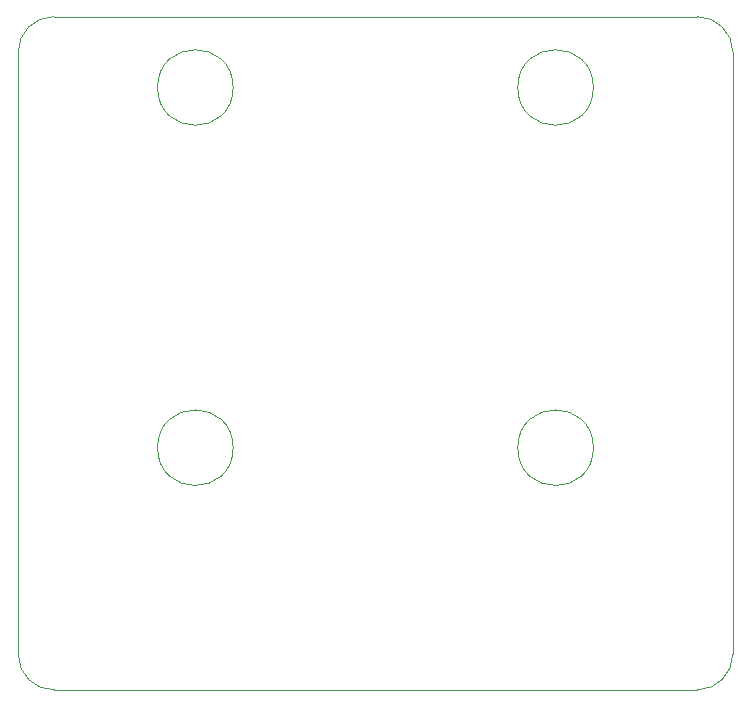
<source format=gbr>
G04 #@! TF.GenerationSoftware,KiCad,Pcbnew,5.1.5+dfsg1-2build2*
G04 #@! TF.CreationDate,2021-01-17T21:09:55-05:00*
G04 #@! TF.ProjectId,Multidrop-Servo-Routing,4d756c74-6964-4726-9f70-2d536572766f,rev?*
G04 #@! TF.SameCoordinates,Original*
G04 #@! TF.FileFunction,Profile,NP*
%FSLAX46Y46*%
G04 Gerber Fmt 4.6, Leading zero omitted, Abs format (unit mm)*
G04 Created by KiCad (PCBNEW 5.1.5+dfsg1-2build2) date 2021-01-17 21:09:55*
%MOMM*%
%LPD*%
G04 APERTURE LIST*
G04 #@! TA.AperFunction,Profile*
%ADD10C,0.050000*%
G04 #@! TD*
G04 APERTURE END LIST*
D10*
X92500000Y-63500000D02*
G75*
G02X95500000Y-66500000I0J-3000000D01*
G01*
X35000000Y-66500000D02*
G75*
G02X38000000Y-63500000I3000000J0D01*
G01*
X95500000Y-117500000D02*
G75*
G02X92500000Y-120500000I-3000000J0D01*
G01*
X38068062Y-120499228D02*
G75*
G02X35000000Y-117500000I-68062J2999228D01*
G01*
X35000000Y-117500000D02*
X35000000Y-66500000D01*
X92500000Y-120500000D02*
X38068062Y-120499228D01*
X95500000Y-66500000D02*
X95500000Y-117500000D01*
X38000000Y-63500000D02*
X92500000Y-63500000D01*
X53200000Y-69500000D02*
G75*
G03X53200000Y-69500000I-3200000J0D01*
G01*
X83700000Y-69500000D02*
G75*
G03X83700000Y-69500000I-3200000J0D01*
G01*
X83700000Y-100000000D02*
G75*
G03X83700000Y-100000000I-3200000J0D01*
G01*
X53200000Y-100000000D02*
G75*
G03X53200000Y-100000000I-3200000J0D01*
G01*
M02*

</source>
